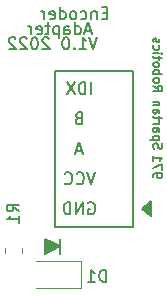
<source format=gbr>
%TF.GenerationSoftware,KiCad,Pcbnew,7.0.10-7.0.10~ubuntu22.04.1*%
%TF.CreationDate,2024-01-21T09:22:19-08:00*%
%TF.ProjectId,encoder_adapter,656e636f-6465-4725-9f61-646170746572,V1*%
%TF.SameCoordinates,Original*%
%TF.FileFunction,Legend,Bot*%
%TF.FilePolarity,Positive*%
%FSLAX46Y46*%
G04 Gerber Fmt 4.6, Leading zero omitted, Abs format (unit mm)*
G04 Created by KiCad (PCBNEW 7.0.10-7.0.10~ubuntu22.04.1) date 2024-01-21 09:22:19*
%MOMM*%
%LPD*%
G01*
G04 APERTURE LIST*
%ADD10C,0.150000*%
%ADD11C,0.120000*%
G04 APERTURE END LIST*
D10*
X125984000Y-108204000D02*
X125984000Y-94996000D01*
X132588000Y-94996000D02*
X132588000Y-108204000D01*
X126365000Y-109220000D02*
X126365000Y-110490000D01*
X132588000Y-108204000D02*
X129540000Y-108204000D01*
X126365000Y-109855000D02*
X125095000Y-110490000D01*
X125095000Y-109220000D01*
X126365000Y-109855000D01*
G36*
X126365000Y-109855000D02*
G01*
X125095000Y-110490000D01*
X125095000Y-109220000D01*
X126365000Y-109855000D01*
G37*
X134112000Y-107315000D02*
X133350000Y-106680000D01*
X134112000Y-106045000D01*
X134112000Y-107315000D01*
G36*
X134112000Y-107315000D02*
G01*
X133350000Y-106680000D01*
X134112000Y-106045000D01*
X134112000Y-107315000D01*
G37*
X129540000Y-108204000D02*
X125984000Y-108204000D01*
X125984000Y-94996000D02*
X132588000Y-94996000D01*
X129539523Y-92164819D02*
X129206190Y-93164819D01*
X129206190Y-93164819D02*
X128872857Y-92164819D01*
X128015714Y-93164819D02*
X128587142Y-93164819D01*
X128301428Y-93164819D02*
X128301428Y-92164819D01*
X128301428Y-92164819D02*
X128396666Y-92307676D01*
X128396666Y-92307676D02*
X128491904Y-92402914D01*
X128491904Y-92402914D02*
X128587142Y-92450533D01*
X127587142Y-93069580D02*
X127539523Y-93117200D01*
X127539523Y-93117200D02*
X127587142Y-93164819D01*
X127587142Y-93164819D02*
X127634761Y-93117200D01*
X127634761Y-93117200D02*
X127587142Y-93069580D01*
X127587142Y-93069580D02*
X127587142Y-93164819D01*
X126920476Y-92164819D02*
X126825238Y-92164819D01*
X126825238Y-92164819D02*
X126730000Y-92212438D01*
X126730000Y-92212438D02*
X126682381Y-92260057D01*
X126682381Y-92260057D02*
X126634762Y-92355295D01*
X126634762Y-92355295D02*
X126587143Y-92545771D01*
X126587143Y-92545771D02*
X126587143Y-92783866D01*
X126587143Y-92783866D02*
X126634762Y-92974342D01*
X126634762Y-92974342D02*
X126682381Y-93069580D01*
X126682381Y-93069580D02*
X126730000Y-93117200D01*
X126730000Y-93117200D02*
X126825238Y-93164819D01*
X126825238Y-93164819D02*
X126920476Y-93164819D01*
X126920476Y-93164819D02*
X127015714Y-93117200D01*
X127015714Y-93117200D02*
X127063333Y-93069580D01*
X127063333Y-93069580D02*
X127110952Y-92974342D01*
X127110952Y-92974342D02*
X127158571Y-92783866D01*
X127158571Y-92783866D02*
X127158571Y-92545771D01*
X127158571Y-92545771D02*
X127110952Y-92355295D01*
X127110952Y-92355295D02*
X127063333Y-92260057D01*
X127063333Y-92260057D02*
X127015714Y-92212438D01*
X127015714Y-92212438D02*
X126920476Y-92164819D01*
X125444285Y-92260057D02*
X125396666Y-92212438D01*
X125396666Y-92212438D02*
X125301428Y-92164819D01*
X125301428Y-92164819D02*
X125063333Y-92164819D01*
X125063333Y-92164819D02*
X124968095Y-92212438D01*
X124968095Y-92212438D02*
X124920476Y-92260057D01*
X124920476Y-92260057D02*
X124872857Y-92355295D01*
X124872857Y-92355295D02*
X124872857Y-92450533D01*
X124872857Y-92450533D02*
X124920476Y-92593390D01*
X124920476Y-92593390D02*
X125491904Y-93164819D01*
X125491904Y-93164819D02*
X124872857Y-93164819D01*
X124253809Y-92164819D02*
X124158571Y-92164819D01*
X124158571Y-92164819D02*
X124063333Y-92212438D01*
X124063333Y-92212438D02*
X124015714Y-92260057D01*
X124015714Y-92260057D02*
X123968095Y-92355295D01*
X123968095Y-92355295D02*
X123920476Y-92545771D01*
X123920476Y-92545771D02*
X123920476Y-92783866D01*
X123920476Y-92783866D02*
X123968095Y-92974342D01*
X123968095Y-92974342D02*
X124015714Y-93069580D01*
X124015714Y-93069580D02*
X124063333Y-93117200D01*
X124063333Y-93117200D02*
X124158571Y-93164819D01*
X124158571Y-93164819D02*
X124253809Y-93164819D01*
X124253809Y-93164819D02*
X124349047Y-93117200D01*
X124349047Y-93117200D02*
X124396666Y-93069580D01*
X124396666Y-93069580D02*
X124444285Y-92974342D01*
X124444285Y-92974342D02*
X124491904Y-92783866D01*
X124491904Y-92783866D02*
X124491904Y-92545771D01*
X124491904Y-92545771D02*
X124444285Y-92355295D01*
X124444285Y-92355295D02*
X124396666Y-92260057D01*
X124396666Y-92260057D02*
X124349047Y-92212438D01*
X124349047Y-92212438D02*
X124253809Y-92164819D01*
X123539523Y-92260057D02*
X123491904Y-92212438D01*
X123491904Y-92212438D02*
X123396666Y-92164819D01*
X123396666Y-92164819D02*
X123158571Y-92164819D01*
X123158571Y-92164819D02*
X123063333Y-92212438D01*
X123063333Y-92212438D02*
X123015714Y-92260057D01*
X123015714Y-92260057D02*
X122968095Y-92355295D01*
X122968095Y-92355295D02*
X122968095Y-92450533D01*
X122968095Y-92450533D02*
X123015714Y-92593390D01*
X123015714Y-92593390D02*
X123587142Y-93164819D01*
X123587142Y-93164819D02*
X122968095Y-93164819D01*
X122587142Y-92260057D02*
X122539523Y-92212438D01*
X122539523Y-92212438D02*
X122444285Y-92164819D01*
X122444285Y-92164819D02*
X122206190Y-92164819D01*
X122206190Y-92164819D02*
X122110952Y-92212438D01*
X122110952Y-92212438D02*
X122063333Y-92260057D01*
X122063333Y-92260057D02*
X122015714Y-92355295D01*
X122015714Y-92355295D02*
X122015714Y-92450533D01*
X122015714Y-92450533D02*
X122063333Y-92593390D01*
X122063333Y-92593390D02*
X122634761Y-93164819D01*
X122634761Y-93164819D02*
X122015714Y-93164819D01*
X134282686Y-103976571D02*
X134282686Y-103834475D01*
X134282686Y-103834475D02*
X134318210Y-103763428D01*
X134318210Y-103763428D02*
X134353733Y-103727904D01*
X134353733Y-103727904D02*
X134460305Y-103656856D01*
X134460305Y-103656856D02*
X134602400Y-103621333D01*
X134602400Y-103621333D02*
X134886590Y-103621333D01*
X134886590Y-103621333D02*
X134957638Y-103656856D01*
X134957638Y-103656856D02*
X134993162Y-103692380D01*
X134993162Y-103692380D02*
X135028686Y-103763428D01*
X135028686Y-103763428D02*
X135028686Y-103905523D01*
X135028686Y-103905523D02*
X134993162Y-103976571D01*
X134993162Y-103976571D02*
X134957638Y-104012094D01*
X134957638Y-104012094D02*
X134886590Y-104047618D01*
X134886590Y-104047618D02*
X134708971Y-104047618D01*
X134708971Y-104047618D02*
X134637924Y-104012094D01*
X134637924Y-104012094D02*
X134602400Y-103976571D01*
X134602400Y-103976571D02*
X134566876Y-103905523D01*
X134566876Y-103905523D02*
X134566876Y-103763428D01*
X134566876Y-103763428D02*
X134602400Y-103692380D01*
X134602400Y-103692380D02*
X134637924Y-103656856D01*
X134637924Y-103656856D02*
X134708971Y-103621333D01*
X135028686Y-103372666D02*
X135028686Y-102875333D01*
X135028686Y-102875333D02*
X134282686Y-103195047D01*
X134282686Y-102200381D02*
X134282686Y-102626666D01*
X134282686Y-102413523D02*
X135028686Y-102413523D01*
X135028686Y-102413523D02*
X134922114Y-102484571D01*
X134922114Y-102484571D02*
X134851067Y-102555619D01*
X134851067Y-102555619D02*
X134815543Y-102626666D01*
X128992189Y-96974819D02*
X128992189Y-95974819D01*
X128515999Y-96974819D02*
X128515999Y-95974819D01*
X128515999Y-95974819D02*
X128277904Y-95974819D01*
X128277904Y-95974819D02*
X128135047Y-96022438D01*
X128135047Y-96022438D02*
X128039809Y-96117676D01*
X128039809Y-96117676D02*
X127992190Y-96212914D01*
X127992190Y-96212914D02*
X127944571Y-96403390D01*
X127944571Y-96403390D02*
X127944571Y-96546247D01*
X127944571Y-96546247D02*
X127992190Y-96736723D01*
X127992190Y-96736723D02*
X128039809Y-96831961D01*
X128039809Y-96831961D02*
X128135047Y-96927200D01*
X128135047Y-96927200D02*
X128277904Y-96974819D01*
X128277904Y-96974819D02*
X128515999Y-96974819D01*
X127611237Y-95974819D02*
X126944571Y-96974819D01*
X126944571Y-95974819D02*
X127611237Y-96974819D01*
X128777904Y-106182438D02*
X128873142Y-106134819D01*
X128873142Y-106134819D02*
X129015999Y-106134819D01*
X129015999Y-106134819D02*
X129158856Y-106182438D01*
X129158856Y-106182438D02*
X129254094Y-106277676D01*
X129254094Y-106277676D02*
X129301713Y-106372914D01*
X129301713Y-106372914D02*
X129349332Y-106563390D01*
X129349332Y-106563390D02*
X129349332Y-106706247D01*
X129349332Y-106706247D02*
X129301713Y-106896723D01*
X129301713Y-106896723D02*
X129254094Y-106991961D01*
X129254094Y-106991961D02*
X129158856Y-107087200D01*
X129158856Y-107087200D02*
X129015999Y-107134819D01*
X129015999Y-107134819D02*
X128920761Y-107134819D01*
X128920761Y-107134819D02*
X128777904Y-107087200D01*
X128777904Y-107087200D02*
X128730285Y-107039580D01*
X128730285Y-107039580D02*
X128730285Y-106706247D01*
X128730285Y-106706247D02*
X128920761Y-106706247D01*
X128301713Y-107134819D02*
X128301713Y-106134819D01*
X128301713Y-106134819D02*
X127730285Y-107134819D01*
X127730285Y-107134819D02*
X127730285Y-106134819D01*
X127254094Y-107134819D02*
X127254094Y-106134819D01*
X127254094Y-106134819D02*
X127015999Y-106134819D01*
X127015999Y-106134819D02*
X126873142Y-106182438D01*
X126873142Y-106182438D02*
X126777904Y-106277676D01*
X126777904Y-106277676D02*
X126730285Y-106372914D01*
X126730285Y-106372914D02*
X126682666Y-106563390D01*
X126682666Y-106563390D02*
X126682666Y-106706247D01*
X126682666Y-106706247D02*
X126730285Y-106896723D01*
X126730285Y-106896723D02*
X126777904Y-106991961D01*
X126777904Y-106991961D02*
X126873142Y-107087200D01*
X126873142Y-107087200D02*
X127015999Y-107134819D01*
X127015999Y-107134819D02*
X127254094Y-107134819D01*
X134318210Y-101575094D02*
X134282686Y-101468523D01*
X134282686Y-101468523D02*
X134282686Y-101290904D01*
X134282686Y-101290904D02*
X134318210Y-101219856D01*
X134318210Y-101219856D02*
X134353733Y-101184332D01*
X134353733Y-101184332D02*
X134424781Y-101148809D01*
X134424781Y-101148809D02*
X134495829Y-101148809D01*
X134495829Y-101148809D02*
X134566876Y-101184332D01*
X134566876Y-101184332D02*
X134602400Y-101219856D01*
X134602400Y-101219856D02*
X134637924Y-101290904D01*
X134637924Y-101290904D02*
X134673448Y-101432999D01*
X134673448Y-101432999D02*
X134708971Y-101504047D01*
X134708971Y-101504047D02*
X134744495Y-101539570D01*
X134744495Y-101539570D02*
X134815543Y-101575094D01*
X134815543Y-101575094D02*
X134886590Y-101575094D01*
X134886590Y-101575094D02*
X134957638Y-101539570D01*
X134957638Y-101539570D02*
X134993162Y-101504047D01*
X134993162Y-101504047D02*
X135028686Y-101432999D01*
X135028686Y-101432999D02*
X135028686Y-101255380D01*
X135028686Y-101255380D02*
X134993162Y-101148809D01*
X134780019Y-100829094D02*
X134034019Y-100829094D01*
X134744495Y-100829094D02*
X134780019Y-100758047D01*
X134780019Y-100758047D02*
X134780019Y-100615952D01*
X134780019Y-100615952D02*
X134744495Y-100544904D01*
X134744495Y-100544904D02*
X134708971Y-100509380D01*
X134708971Y-100509380D02*
X134637924Y-100473856D01*
X134637924Y-100473856D02*
X134424781Y-100473856D01*
X134424781Y-100473856D02*
X134353733Y-100509380D01*
X134353733Y-100509380D02*
X134318210Y-100544904D01*
X134318210Y-100544904D02*
X134282686Y-100615952D01*
X134282686Y-100615952D02*
X134282686Y-100758047D01*
X134282686Y-100758047D02*
X134318210Y-100829094D01*
X134282686Y-99834428D02*
X134673448Y-99834428D01*
X134673448Y-99834428D02*
X134744495Y-99869952D01*
X134744495Y-99869952D02*
X134780019Y-99941000D01*
X134780019Y-99941000D02*
X134780019Y-100083095D01*
X134780019Y-100083095D02*
X134744495Y-100154142D01*
X134318210Y-99834428D02*
X134282686Y-99905476D01*
X134282686Y-99905476D02*
X134282686Y-100083095D01*
X134282686Y-100083095D02*
X134318210Y-100154142D01*
X134318210Y-100154142D02*
X134389257Y-100189666D01*
X134389257Y-100189666D02*
X134460305Y-100189666D01*
X134460305Y-100189666D02*
X134531352Y-100154142D01*
X134531352Y-100154142D02*
X134566876Y-100083095D01*
X134566876Y-100083095D02*
X134566876Y-99905476D01*
X134566876Y-99905476D02*
X134602400Y-99834428D01*
X134282686Y-99479190D02*
X134780019Y-99479190D01*
X134637924Y-99479190D02*
X134708971Y-99443667D01*
X134708971Y-99443667D02*
X134744495Y-99408143D01*
X134744495Y-99408143D02*
X134780019Y-99337095D01*
X134780019Y-99337095D02*
X134780019Y-99266048D01*
X134780019Y-99123952D02*
X134780019Y-98839761D01*
X135028686Y-99017380D02*
X134389257Y-99017380D01*
X134389257Y-99017380D02*
X134318210Y-98981857D01*
X134318210Y-98981857D02*
X134282686Y-98910809D01*
X134282686Y-98910809D02*
X134282686Y-98839761D01*
X134282686Y-98271380D02*
X134673448Y-98271380D01*
X134673448Y-98271380D02*
X134744495Y-98306904D01*
X134744495Y-98306904D02*
X134780019Y-98377952D01*
X134780019Y-98377952D02*
X134780019Y-98520047D01*
X134780019Y-98520047D02*
X134744495Y-98591094D01*
X134318210Y-98271380D02*
X134282686Y-98342428D01*
X134282686Y-98342428D02*
X134282686Y-98520047D01*
X134282686Y-98520047D02*
X134318210Y-98591094D01*
X134318210Y-98591094D02*
X134389257Y-98626618D01*
X134389257Y-98626618D02*
X134460305Y-98626618D01*
X134460305Y-98626618D02*
X134531352Y-98591094D01*
X134531352Y-98591094D02*
X134566876Y-98520047D01*
X134566876Y-98520047D02*
X134566876Y-98342428D01*
X134566876Y-98342428D02*
X134602400Y-98271380D01*
X134780019Y-97916142D02*
X134282686Y-97916142D01*
X134708971Y-97916142D02*
X134744495Y-97880619D01*
X134744495Y-97880619D02*
X134780019Y-97809571D01*
X134780019Y-97809571D02*
X134780019Y-97703000D01*
X134780019Y-97703000D02*
X134744495Y-97631952D01*
X134744495Y-97631952D02*
X134673448Y-97596428D01*
X134673448Y-97596428D02*
X134282686Y-97596428D01*
X128984047Y-91609104D02*
X128507857Y-91609104D01*
X129079285Y-91894819D02*
X128745952Y-90894819D01*
X128745952Y-90894819D02*
X128412619Y-91894819D01*
X127650714Y-91894819D02*
X127650714Y-90894819D01*
X127650714Y-91847200D02*
X127745952Y-91894819D01*
X127745952Y-91894819D02*
X127936428Y-91894819D01*
X127936428Y-91894819D02*
X128031666Y-91847200D01*
X128031666Y-91847200D02*
X128079285Y-91799580D01*
X128079285Y-91799580D02*
X128126904Y-91704342D01*
X128126904Y-91704342D02*
X128126904Y-91418628D01*
X128126904Y-91418628D02*
X128079285Y-91323390D01*
X128079285Y-91323390D02*
X128031666Y-91275771D01*
X128031666Y-91275771D02*
X127936428Y-91228152D01*
X127936428Y-91228152D02*
X127745952Y-91228152D01*
X127745952Y-91228152D02*
X127650714Y-91275771D01*
X126745952Y-91894819D02*
X126745952Y-91371009D01*
X126745952Y-91371009D02*
X126793571Y-91275771D01*
X126793571Y-91275771D02*
X126888809Y-91228152D01*
X126888809Y-91228152D02*
X127079285Y-91228152D01*
X127079285Y-91228152D02*
X127174523Y-91275771D01*
X126745952Y-91847200D02*
X126841190Y-91894819D01*
X126841190Y-91894819D02*
X127079285Y-91894819D01*
X127079285Y-91894819D02*
X127174523Y-91847200D01*
X127174523Y-91847200D02*
X127222142Y-91751961D01*
X127222142Y-91751961D02*
X127222142Y-91656723D01*
X127222142Y-91656723D02*
X127174523Y-91561485D01*
X127174523Y-91561485D02*
X127079285Y-91513866D01*
X127079285Y-91513866D02*
X126841190Y-91513866D01*
X126841190Y-91513866D02*
X126745952Y-91466247D01*
X126269761Y-91228152D02*
X126269761Y-92228152D01*
X126269761Y-91275771D02*
X126174523Y-91228152D01*
X126174523Y-91228152D02*
X125984047Y-91228152D01*
X125984047Y-91228152D02*
X125888809Y-91275771D01*
X125888809Y-91275771D02*
X125841190Y-91323390D01*
X125841190Y-91323390D02*
X125793571Y-91418628D01*
X125793571Y-91418628D02*
X125793571Y-91704342D01*
X125793571Y-91704342D02*
X125841190Y-91799580D01*
X125841190Y-91799580D02*
X125888809Y-91847200D01*
X125888809Y-91847200D02*
X125984047Y-91894819D01*
X125984047Y-91894819D02*
X126174523Y-91894819D01*
X126174523Y-91894819D02*
X126269761Y-91847200D01*
X125507856Y-91228152D02*
X125126904Y-91228152D01*
X125364999Y-90894819D02*
X125364999Y-91751961D01*
X125364999Y-91751961D02*
X125317380Y-91847200D01*
X125317380Y-91847200D02*
X125222142Y-91894819D01*
X125222142Y-91894819D02*
X125126904Y-91894819D01*
X124412618Y-91847200D02*
X124507856Y-91894819D01*
X124507856Y-91894819D02*
X124698332Y-91894819D01*
X124698332Y-91894819D02*
X124793570Y-91847200D01*
X124793570Y-91847200D02*
X124841189Y-91751961D01*
X124841189Y-91751961D02*
X124841189Y-91371009D01*
X124841189Y-91371009D02*
X124793570Y-91275771D01*
X124793570Y-91275771D02*
X124698332Y-91228152D01*
X124698332Y-91228152D02*
X124507856Y-91228152D01*
X124507856Y-91228152D02*
X124412618Y-91275771D01*
X124412618Y-91275771D02*
X124364999Y-91371009D01*
X124364999Y-91371009D02*
X124364999Y-91466247D01*
X124364999Y-91466247D02*
X124841189Y-91561485D01*
X123936427Y-91894819D02*
X123936427Y-91228152D01*
X123936427Y-91418628D02*
X123888808Y-91323390D01*
X123888808Y-91323390D02*
X123841189Y-91275771D01*
X123841189Y-91275771D02*
X123745951Y-91228152D01*
X123745951Y-91228152D02*
X123650713Y-91228152D01*
X129349332Y-103594819D02*
X129015999Y-104594819D01*
X129015999Y-104594819D02*
X128682666Y-103594819D01*
X127777904Y-104499580D02*
X127825523Y-104547200D01*
X127825523Y-104547200D02*
X127968380Y-104594819D01*
X127968380Y-104594819D02*
X128063618Y-104594819D01*
X128063618Y-104594819D02*
X128206475Y-104547200D01*
X128206475Y-104547200D02*
X128301713Y-104451961D01*
X128301713Y-104451961D02*
X128349332Y-104356723D01*
X128349332Y-104356723D02*
X128396951Y-104166247D01*
X128396951Y-104166247D02*
X128396951Y-104023390D01*
X128396951Y-104023390D02*
X128349332Y-103832914D01*
X128349332Y-103832914D02*
X128301713Y-103737676D01*
X128301713Y-103737676D02*
X128206475Y-103642438D01*
X128206475Y-103642438D02*
X128063618Y-103594819D01*
X128063618Y-103594819D02*
X127968380Y-103594819D01*
X127968380Y-103594819D02*
X127825523Y-103642438D01*
X127825523Y-103642438D02*
X127777904Y-103690057D01*
X126777904Y-104499580D02*
X126825523Y-104547200D01*
X126825523Y-104547200D02*
X126968380Y-104594819D01*
X126968380Y-104594819D02*
X127063618Y-104594819D01*
X127063618Y-104594819D02*
X127206475Y-104547200D01*
X127206475Y-104547200D02*
X127301713Y-104451961D01*
X127301713Y-104451961D02*
X127349332Y-104356723D01*
X127349332Y-104356723D02*
X127396951Y-104166247D01*
X127396951Y-104166247D02*
X127396951Y-104023390D01*
X127396951Y-104023390D02*
X127349332Y-103832914D01*
X127349332Y-103832914D02*
X127301713Y-103737676D01*
X127301713Y-103737676D02*
X127206475Y-103642438D01*
X127206475Y-103642438D02*
X127063618Y-103594819D01*
X127063618Y-103594819D02*
X126968380Y-103594819D01*
X126968380Y-103594819D02*
X126825523Y-103642438D01*
X126825523Y-103642438D02*
X126777904Y-103690057D01*
X134282686Y-96281952D02*
X134637924Y-96530618D01*
X134282686Y-96708237D02*
X135028686Y-96708237D01*
X135028686Y-96708237D02*
X135028686Y-96424047D01*
X135028686Y-96424047D02*
X134993162Y-96352999D01*
X134993162Y-96352999D02*
X134957638Y-96317476D01*
X134957638Y-96317476D02*
X134886590Y-96281952D01*
X134886590Y-96281952D02*
X134780019Y-96281952D01*
X134780019Y-96281952D02*
X134708971Y-96317476D01*
X134708971Y-96317476D02*
X134673448Y-96352999D01*
X134673448Y-96352999D02*
X134637924Y-96424047D01*
X134637924Y-96424047D02*
X134637924Y-96708237D01*
X134282686Y-95855666D02*
X134318210Y-95926714D01*
X134318210Y-95926714D02*
X134353733Y-95962237D01*
X134353733Y-95962237D02*
X134424781Y-95997761D01*
X134424781Y-95997761D02*
X134637924Y-95997761D01*
X134637924Y-95997761D02*
X134708971Y-95962237D01*
X134708971Y-95962237D02*
X134744495Y-95926714D01*
X134744495Y-95926714D02*
X134780019Y-95855666D01*
X134780019Y-95855666D02*
X134780019Y-95749095D01*
X134780019Y-95749095D02*
X134744495Y-95678047D01*
X134744495Y-95678047D02*
X134708971Y-95642523D01*
X134708971Y-95642523D02*
X134637924Y-95606999D01*
X134637924Y-95606999D02*
X134424781Y-95606999D01*
X134424781Y-95606999D02*
X134353733Y-95642523D01*
X134353733Y-95642523D02*
X134318210Y-95678047D01*
X134318210Y-95678047D02*
X134282686Y-95749095D01*
X134282686Y-95749095D02*
X134282686Y-95855666D01*
X134282686Y-95287285D02*
X135028686Y-95287285D01*
X134744495Y-95287285D02*
X134780019Y-95216238D01*
X134780019Y-95216238D02*
X134780019Y-95074143D01*
X134780019Y-95074143D02*
X134744495Y-95003095D01*
X134744495Y-95003095D02*
X134708971Y-94967571D01*
X134708971Y-94967571D02*
X134637924Y-94932047D01*
X134637924Y-94932047D02*
X134424781Y-94932047D01*
X134424781Y-94932047D02*
X134353733Y-94967571D01*
X134353733Y-94967571D02*
X134318210Y-95003095D01*
X134318210Y-95003095D02*
X134282686Y-95074143D01*
X134282686Y-95074143D02*
X134282686Y-95216238D01*
X134282686Y-95216238D02*
X134318210Y-95287285D01*
X134282686Y-94505762D02*
X134318210Y-94576810D01*
X134318210Y-94576810D02*
X134353733Y-94612333D01*
X134353733Y-94612333D02*
X134424781Y-94647857D01*
X134424781Y-94647857D02*
X134637924Y-94647857D01*
X134637924Y-94647857D02*
X134708971Y-94612333D01*
X134708971Y-94612333D02*
X134744495Y-94576810D01*
X134744495Y-94576810D02*
X134780019Y-94505762D01*
X134780019Y-94505762D02*
X134780019Y-94399191D01*
X134780019Y-94399191D02*
X134744495Y-94328143D01*
X134744495Y-94328143D02*
X134708971Y-94292619D01*
X134708971Y-94292619D02*
X134637924Y-94257095D01*
X134637924Y-94257095D02*
X134424781Y-94257095D01*
X134424781Y-94257095D02*
X134353733Y-94292619D01*
X134353733Y-94292619D02*
X134318210Y-94328143D01*
X134318210Y-94328143D02*
X134282686Y-94399191D01*
X134282686Y-94399191D02*
X134282686Y-94505762D01*
X134780019Y-94043953D02*
X134780019Y-93759762D01*
X135028686Y-93937381D02*
X134389257Y-93937381D01*
X134389257Y-93937381D02*
X134318210Y-93901858D01*
X134318210Y-93901858D02*
X134282686Y-93830810D01*
X134282686Y-93830810D02*
X134282686Y-93759762D01*
X134282686Y-93511095D02*
X134780019Y-93511095D01*
X135028686Y-93511095D02*
X134993162Y-93546619D01*
X134993162Y-93546619D02*
X134957638Y-93511095D01*
X134957638Y-93511095D02*
X134993162Y-93475572D01*
X134993162Y-93475572D02*
X135028686Y-93511095D01*
X135028686Y-93511095D02*
X134957638Y-93511095D01*
X134318210Y-92836143D02*
X134282686Y-92907191D01*
X134282686Y-92907191D02*
X134282686Y-93049286D01*
X134282686Y-93049286D02*
X134318210Y-93120334D01*
X134318210Y-93120334D02*
X134353733Y-93155857D01*
X134353733Y-93155857D02*
X134424781Y-93191381D01*
X134424781Y-93191381D02*
X134637924Y-93191381D01*
X134637924Y-93191381D02*
X134708971Y-93155857D01*
X134708971Y-93155857D02*
X134744495Y-93120334D01*
X134744495Y-93120334D02*
X134780019Y-93049286D01*
X134780019Y-93049286D02*
X134780019Y-92907191D01*
X134780019Y-92907191D02*
X134744495Y-92836143D01*
X134318210Y-92551952D02*
X134282686Y-92480905D01*
X134282686Y-92480905D02*
X134282686Y-92338809D01*
X134282686Y-92338809D02*
X134318210Y-92267762D01*
X134318210Y-92267762D02*
X134389257Y-92232238D01*
X134389257Y-92232238D02*
X134424781Y-92232238D01*
X134424781Y-92232238D02*
X134495829Y-92267762D01*
X134495829Y-92267762D02*
X134531352Y-92338809D01*
X134531352Y-92338809D02*
X134531352Y-92445381D01*
X134531352Y-92445381D02*
X134566876Y-92516428D01*
X134566876Y-92516428D02*
X134637924Y-92551952D01*
X134637924Y-92551952D02*
X134673448Y-92551952D01*
X134673448Y-92551952D02*
X134744495Y-92516428D01*
X134744495Y-92516428D02*
X134780019Y-92445381D01*
X134780019Y-92445381D02*
X134780019Y-92338809D01*
X134780019Y-92338809D02*
X134744495Y-92267762D01*
X128254094Y-101769104D02*
X127777904Y-101769104D01*
X128349332Y-102054819D02*
X128015999Y-101054819D01*
X128015999Y-101054819D02*
X127682666Y-102054819D01*
X127944571Y-98991009D02*
X127801714Y-99038628D01*
X127801714Y-99038628D02*
X127754095Y-99086247D01*
X127754095Y-99086247D02*
X127706476Y-99181485D01*
X127706476Y-99181485D02*
X127706476Y-99324342D01*
X127706476Y-99324342D02*
X127754095Y-99419580D01*
X127754095Y-99419580D02*
X127801714Y-99467200D01*
X127801714Y-99467200D02*
X127896952Y-99514819D01*
X127896952Y-99514819D02*
X128277904Y-99514819D01*
X128277904Y-99514819D02*
X128277904Y-98514819D01*
X128277904Y-98514819D02*
X127944571Y-98514819D01*
X127944571Y-98514819D02*
X127849333Y-98562438D01*
X127849333Y-98562438D02*
X127801714Y-98610057D01*
X127801714Y-98610057D02*
X127754095Y-98705295D01*
X127754095Y-98705295D02*
X127754095Y-98800533D01*
X127754095Y-98800533D02*
X127801714Y-98895771D01*
X127801714Y-98895771D02*
X127849333Y-98943390D01*
X127849333Y-98943390D02*
X127944571Y-98991009D01*
X127944571Y-98991009D02*
X128277904Y-98991009D01*
X130373095Y-90101009D02*
X130039762Y-90101009D01*
X129896905Y-90624819D02*
X130373095Y-90624819D01*
X130373095Y-90624819D02*
X130373095Y-89624819D01*
X130373095Y-89624819D02*
X129896905Y-89624819D01*
X129468333Y-89958152D02*
X129468333Y-90624819D01*
X129468333Y-90053390D02*
X129420714Y-90005771D01*
X129420714Y-90005771D02*
X129325476Y-89958152D01*
X129325476Y-89958152D02*
X129182619Y-89958152D01*
X129182619Y-89958152D02*
X129087381Y-90005771D01*
X129087381Y-90005771D02*
X129039762Y-90101009D01*
X129039762Y-90101009D02*
X129039762Y-90624819D01*
X128135000Y-90577200D02*
X128230238Y-90624819D01*
X128230238Y-90624819D02*
X128420714Y-90624819D01*
X128420714Y-90624819D02*
X128515952Y-90577200D01*
X128515952Y-90577200D02*
X128563571Y-90529580D01*
X128563571Y-90529580D02*
X128611190Y-90434342D01*
X128611190Y-90434342D02*
X128611190Y-90148628D01*
X128611190Y-90148628D02*
X128563571Y-90053390D01*
X128563571Y-90053390D02*
X128515952Y-90005771D01*
X128515952Y-90005771D02*
X128420714Y-89958152D01*
X128420714Y-89958152D02*
X128230238Y-89958152D01*
X128230238Y-89958152D02*
X128135000Y-90005771D01*
X127563571Y-90624819D02*
X127658809Y-90577200D01*
X127658809Y-90577200D02*
X127706428Y-90529580D01*
X127706428Y-90529580D02*
X127754047Y-90434342D01*
X127754047Y-90434342D02*
X127754047Y-90148628D01*
X127754047Y-90148628D02*
X127706428Y-90053390D01*
X127706428Y-90053390D02*
X127658809Y-90005771D01*
X127658809Y-90005771D02*
X127563571Y-89958152D01*
X127563571Y-89958152D02*
X127420714Y-89958152D01*
X127420714Y-89958152D02*
X127325476Y-90005771D01*
X127325476Y-90005771D02*
X127277857Y-90053390D01*
X127277857Y-90053390D02*
X127230238Y-90148628D01*
X127230238Y-90148628D02*
X127230238Y-90434342D01*
X127230238Y-90434342D02*
X127277857Y-90529580D01*
X127277857Y-90529580D02*
X127325476Y-90577200D01*
X127325476Y-90577200D02*
X127420714Y-90624819D01*
X127420714Y-90624819D02*
X127563571Y-90624819D01*
X126373095Y-90624819D02*
X126373095Y-89624819D01*
X126373095Y-90577200D02*
X126468333Y-90624819D01*
X126468333Y-90624819D02*
X126658809Y-90624819D01*
X126658809Y-90624819D02*
X126754047Y-90577200D01*
X126754047Y-90577200D02*
X126801666Y-90529580D01*
X126801666Y-90529580D02*
X126849285Y-90434342D01*
X126849285Y-90434342D02*
X126849285Y-90148628D01*
X126849285Y-90148628D02*
X126801666Y-90053390D01*
X126801666Y-90053390D02*
X126754047Y-90005771D01*
X126754047Y-90005771D02*
X126658809Y-89958152D01*
X126658809Y-89958152D02*
X126468333Y-89958152D01*
X126468333Y-89958152D02*
X126373095Y-90005771D01*
X125515952Y-90577200D02*
X125611190Y-90624819D01*
X125611190Y-90624819D02*
X125801666Y-90624819D01*
X125801666Y-90624819D02*
X125896904Y-90577200D01*
X125896904Y-90577200D02*
X125944523Y-90481961D01*
X125944523Y-90481961D02*
X125944523Y-90101009D01*
X125944523Y-90101009D02*
X125896904Y-90005771D01*
X125896904Y-90005771D02*
X125801666Y-89958152D01*
X125801666Y-89958152D02*
X125611190Y-89958152D01*
X125611190Y-89958152D02*
X125515952Y-90005771D01*
X125515952Y-90005771D02*
X125468333Y-90101009D01*
X125468333Y-90101009D02*
X125468333Y-90196247D01*
X125468333Y-90196247D02*
X125944523Y-90291485D01*
X125039761Y-90624819D02*
X125039761Y-89958152D01*
X125039761Y-90148628D02*
X124992142Y-90053390D01*
X124992142Y-90053390D02*
X124944523Y-90005771D01*
X124944523Y-90005771D02*
X124849285Y-89958152D01*
X124849285Y-89958152D02*
X124754047Y-89958152D01*
X122882819Y-106894333D02*
X122406628Y-106561000D01*
X122882819Y-106322905D02*
X121882819Y-106322905D01*
X121882819Y-106322905D02*
X121882819Y-106703857D01*
X121882819Y-106703857D02*
X121930438Y-106799095D01*
X121930438Y-106799095D02*
X121978057Y-106846714D01*
X121978057Y-106846714D02*
X122073295Y-106894333D01*
X122073295Y-106894333D02*
X122216152Y-106894333D01*
X122216152Y-106894333D02*
X122311390Y-106846714D01*
X122311390Y-106846714D02*
X122359009Y-106799095D01*
X122359009Y-106799095D02*
X122406628Y-106703857D01*
X122406628Y-106703857D02*
X122406628Y-106322905D01*
X122882819Y-107846714D02*
X122882819Y-107275286D01*
X122882819Y-107561000D02*
X121882819Y-107561000D01*
X121882819Y-107561000D02*
X122025676Y-107465762D01*
X122025676Y-107465762D02*
X122120914Y-107370524D01*
X122120914Y-107370524D02*
X122168533Y-107275286D01*
X130278094Y-112849819D02*
X130278094Y-111849819D01*
X130278094Y-111849819D02*
X130039999Y-111849819D01*
X130039999Y-111849819D02*
X129897142Y-111897438D01*
X129897142Y-111897438D02*
X129801904Y-111992676D01*
X129801904Y-111992676D02*
X129754285Y-112087914D01*
X129754285Y-112087914D02*
X129706666Y-112278390D01*
X129706666Y-112278390D02*
X129706666Y-112421247D01*
X129706666Y-112421247D02*
X129754285Y-112611723D01*
X129754285Y-112611723D02*
X129801904Y-112706961D01*
X129801904Y-112706961D02*
X129897142Y-112802200D01*
X129897142Y-112802200D02*
X130039999Y-112849819D01*
X130039999Y-112849819D02*
X130278094Y-112849819D01*
X128754285Y-112849819D02*
X129325713Y-112849819D01*
X129039999Y-112849819D02*
X129039999Y-111849819D01*
X129039999Y-111849819D02*
X129135237Y-111992676D01*
X129135237Y-111992676D02*
X129230475Y-112087914D01*
X129230475Y-112087914D02*
X129325713Y-112135533D01*
D11*
%TO.C,R1*%
X123163000Y-110008936D02*
X123163000Y-110463064D01*
X121693000Y-110008936D02*
X121693000Y-110463064D01*
%TO.C,D1*%
X128190489Y-113403000D02*
X124305489Y-113403000D01*
X128190489Y-111133000D02*
X128190489Y-113403000D01*
X124305489Y-111133000D02*
X128190489Y-111133000D01*
%TD*%
M02*

</source>
